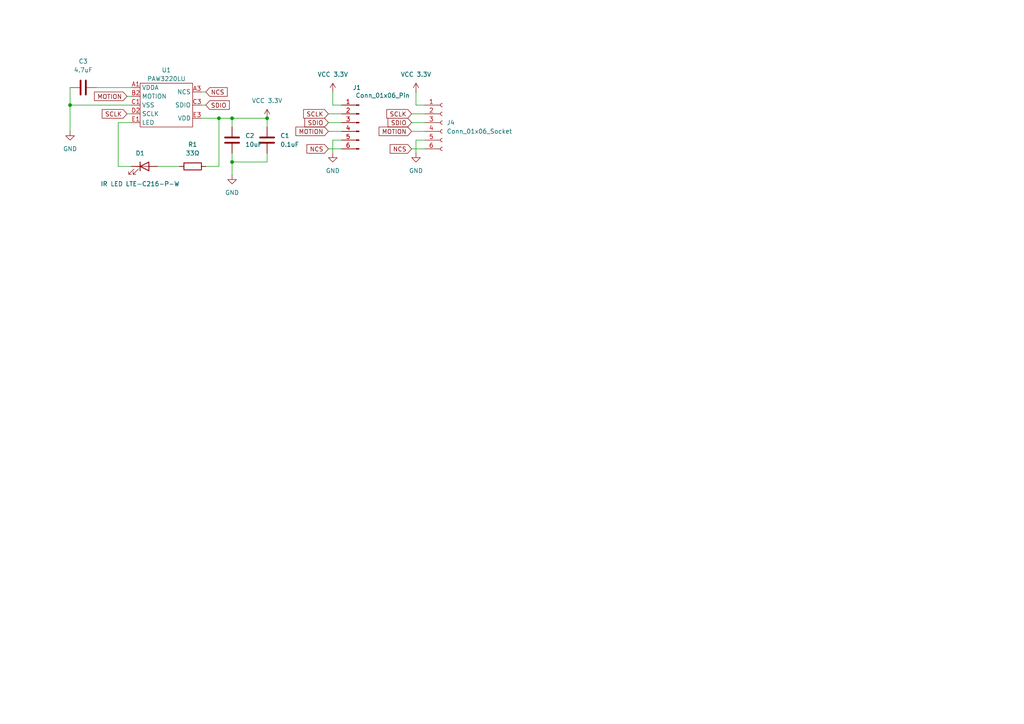
<source format=kicad_sch>
(kicad_sch (version 20231120) (generator "eeschema") (generator_version "8.0")
  (paper "A4")
  (lib_symbols
    (symbol "0_paw3222-breakout:PAW3220LU"
      (property "Reference" "U" (at 0 0 0))
      (symbol "PAW3220LU_0_1"
        (rectangle (start -7.62 6.35) (end 7.62 -6.35))
      )
      (symbol "PAW3220LU_1_1"
        (pin input line (at -10.16 5.08 0) (length 2.54) (name "VDDA") (number "A1"))
        (pin input line (at 10.16 3.81 180) (length 2.54) (name "NCS") (number "A3"))
        (pin output line (at -10.16 2.54 0) (length 2.54) (name "MOTION") (number "B2"))
        (pin input line (at -10.16 0 0) (length 2.54) (name "VSS") (number "C1"))
        (pin bidirectional line (at 10.16 0 180) (length 2.54) (name "SDIO") (number "C3"))
        (pin input line (at -10.16 -2.54 0) (length 2.54) (name "SCLK") (number "D2"))
        (pin input line (at -10.16 -5.08 0) (length 2.54) (name "LED") (number "E1"))
        (pin input line (at 10.16 -3.81 180) (length 2.54) (name "VDD") (number "E3"))
      )
    )
    (symbol "Connector:Conn_01x06_Pin" (pin_names (offset 1.016) hide)
      (property "Reference" "J" (at 0 7.62 0))
      (property "Value" "Conn_01x06_Pin" (at 0 -10.16 0))
      (symbol "Conn_01x06_Pin_1_1"
        (polyline (pts (xy 1.27 -7.62) (xy 0.8636 -7.62)) (stroke (width 0.1524)))
        (polyline (pts (xy 1.27 -5.08) (xy 0.8636 -5.08)) (stroke (width 0.1524)))
        (polyline (pts (xy 1.27 -2.54) (xy 0.8636 -2.54)) (stroke (width 0.1524)))
        (polyline (pts (xy 1.27 0) (xy 0.8636 0)) (stroke (width 0.1524)))
        (polyline (pts (xy 1.27 2.54) (xy 0.8636 2.54)) (stroke (width 0.1524)))
        (polyline (pts (xy 1.27 5.08) (xy 0.8636 5.08)) (stroke (width 0.1524)))
        (rectangle (start 0.8636 -7.493) (end 0 -7.747) (stroke (width 0.1524)) (fill (type outline)))
        (rectangle (start 0.8636 -4.953) (end 0 -5.207) (stroke (width 0.1524)) (fill (type outline)))
        (rectangle (start 0.8636 -2.413) (end 0 -2.667) (stroke (width 0.1524)) (fill (type outline)))
        (rectangle (start 0.8636 0.127) (end 0 -0.127) (stroke (width 0.1524)) (fill (type outline)))
        (rectangle (start 0.8636 2.667) (end 0 2.413) (stroke (width 0.1524)) (fill (type outline)))
        (rectangle (start 0.8636 5.207) (end 0 4.953) (stroke (width 0.1524)) (fill (type outline)))
        (pin passive line (at 5.08 5.08 180) (length 3.81) (name "Pin_1") (number "1"))
        (pin passive line (at 5.08 2.54 180) (length 3.81) (name "Pin_2") (number "2"))
        (pin passive line (at 5.08 0 180) (length 3.81) (name "Pin_3") (number "3"))
        (pin passive line (at 5.08 -2.54 180) (length 3.81) (name "Pin_4") (number "4"))
        (pin passive line (at 5.08 -5.08 180) (length 3.81) (name "Pin_5") (number "5"))
        (pin passive line (at 5.08 -7.62 180) (length 3.81) (name "Pin_6") (number "6"))
      )
    )
    (symbol "Connector:Conn_01x06_Socket" (pin_names (offset 1.016) hide)
      (property "Reference" "J" (at 0 7.62 0))
      (property "Value" "Conn_01x06_Socket" (at 0 -10.16 0))
      (symbol "Conn_01x06_Socket_1_1"
        (arc (start 0 -7.112) (mid -0.5058 -7.62) (end 0 -8.128) (stroke (width 0.1524)))
        (arc (start 0 -4.572) (mid -0.5058 -5.08) (end 0 -5.588) (stroke (width 0.1524)))
        (arc (start 0 -2.032) (mid -0.5058 -2.54) (end 0 -3.048) (stroke (width 0.1524)))
        (polyline (pts (xy -1.27 -7.62) (xy -0.508 -7.62)) (stroke (width 0.1524)))
        (polyline (pts (xy -1.27 -5.08) (xy -0.508 -5.08)) (stroke (width 0.1524)))
        (polyline (pts (xy -1.27 -2.54) (xy -0.508 -2.54)) (stroke (width 0.1524)))
        (polyline (pts (xy -1.27 0) (xy -0.508 0)) (stroke (width 0.1524)))
        (polyline (pts (xy -1.27 2.54) (xy -0.508 2.54)) (stroke (width 0.1524)))
        (polyline (pts (xy -1.27 5.08) (xy -0.508 5.08)) (stroke (width 0.1524)))
        (arc (start 0 0.508) (mid -0.5058 0) (end 0 -0.508) (stroke (width 0.1524)))
        (arc (start 0 3.048) (mid -0.5058 2.54) (end 0 2.032) (stroke (width 0.1524)))
        (arc (start 0 5.588) (mid -0.5058 5.08) (end 0 4.572) (stroke (width 0.1524)))
        (pin passive line (at -5.08 5.08 0) (length 3.81) (name "Pin_1") (number "1"))
        (pin passive line (at -5.08 2.54 0) (length 3.81) (name "Pin_2") (number "2"))
        (pin passive line (at -5.08 0 0) (length 3.81) (name "Pin_3") (number "3"))
        (pin passive line (at -5.08 -2.54 0) (length 3.81) (name "Pin_4") (number "4"))
        (pin passive line (at -5.08 -5.08 0) (length 3.81) (name "Pin_5") (number "5"))
        (pin passive line (at -5.08 -7.62 0) (length 3.81) (name "Pin_6") (number "6"))
      )
    )
    (symbol "Device:C" (pin_numbers hide) (pin_names (offset 0.254))
      (property "Reference" "C" (at 0.635 2.54 0))
      (property "Value" "C" (at 0.635 -2.54 0))
      (symbol "C_0_1"
        (polyline (pts (xy -2.032 -0.762) (xy 2.032 -0.762)) (stroke (width 0.508)))
        (polyline (pts (xy -2.032 0.762) (xy 2.032 0.762)) (stroke (width 0.508)))
      )
      (symbol "C_1_1"
        (pin passive line (at 0 3.81 270) (length 2.794) (name "~") (number "1"))
        (pin passive line (at 0 -3.81 90) (length 2.794) (name "~") (number "2"))
      )
    )
    (symbol "Device:LED" (pin_numbers hide) (pin_names (offset 1.016) hide)
      (property "Reference" "D" (at 0 2.54 0))
      (property "Value" "LED" (at 0 -2.54 0))
      (symbol "LED_0_1"
        (polyline (pts (xy -1.27 -1.27) (xy -1.27 1.27)) (stroke (width 0.254)))
        (polyline (pts (xy -1.27 0) (xy 1.27 0)))
        (polyline (pts (xy 1.27 -1.27) (xy 1.27 1.27) (xy -1.27 0) (xy 1.27 -1.27)) (stroke (width 0.254)))
        (polyline (pts (xy -3.048 -0.762) (xy -4.572 -2.286) (xy -3.81 -2.286) (xy -4.572 -2.286) (xy -4.572 -1.524)))
        (polyline (pts (xy -1.778 -0.762) (xy -3.302 -2.286) (xy -2.54 -2.286) (xy -3.302 -2.286) (xy -3.302 -1.524)))
      )
      (symbol "LED_1_1"
        (pin passive line (at -3.81 0 0) (length 2.54) (name "K") (number "1"))
        (pin passive line (at 3.81 0 180) (length 2.54) (name "A") (number "2"))
      )
    )
    (symbol "Device:R" (pin_numbers hide) (pin_names (offset 0))
      (property "Reference" "R" (at 2.032 0 90))
      (property "Value" "R" (at 0 0 90))
      (symbol "R_0_1"
        (rectangle (start -1.016 -2.54) (end 1.016 2.54) (stroke (width 0.254)))
      )
      (symbol "R_1_1"
        (pin passive line (at 0 3.81 270) (length 1.27) (name "~") (number "1"))
        (pin passive line (at 0 -3.81 90) (length 1.27) (name "~") (number "2"))
      )
    )
    (symbol "power:GND" (power) (pin_numbers hide) (pin_names (offset 0) hide)
      (property "Value" "GND" (at 0 -3.81 0))
      (symbol "GND_0_1"
        (polyline (pts (xy 0 0) (xy 0 -1.27) (xy 1.27 -1.27) (xy 0 -2.54) (xy -1.27 -1.27) (xy 0 -1.27)))
      )
      (symbol "GND_1_1"
        (pin power_in line (at 0 0 270) (length 0) (name "~") (number "1"))
      )
    )
    (symbol "power:VCC" (power) (pin_numbers hide) (pin_names (offset 0) hide)
      (property "Value" "VCC" (at 0 3.556 0))
      (symbol "VCC_0_1"
        (polyline (pts (xy -0.762 1.27) (xy 0 2.54)))
        (polyline (pts (xy 0 0) (xy 0 2.54)))
        (polyline (pts (xy 0 2.54) (xy 0.762 1.27)))
      )
      (symbol "VCC_1_1"
        (pin power_in line (at 0 0 90) (length 0) (name "~") (number "1"))
      )
    )
  )
  (junction (at 67.31 46.99))
  (junction (at 20.32 30.48))
  (junction (at 63.5 34.29))
  (junction (at 77.47 34.29))
  (junction (at 67.31 34.29))
  (wire (pts (xy 20.32 25.4) (xy 20.32 30.48)))
  (wire (pts (xy 120.65 44.45) (xy 120.65 40.64)))
  (wire (pts (xy 119.38 33.02) (xy 123.19 33.02)))
  (wire (pts (xy 96.52 26.67) (xy 96.52 30.48)))
  (wire (pts (xy 34.29 35.56) (xy 38.1 35.56)))
  (wire (pts (xy 63.5 34.29) (xy 58.42 34.29)))
  (wire (pts (xy 95.25 35.56) (xy 99.06 35.56)))
  (wire (pts (xy 96.52 30.48) (xy 99.06 30.48)))
  (wire (pts (xy 20.32 30.48) (xy 20.32 38.1)))
  (wire (pts (xy 67.31 34.29) (xy 67.31 36.83)))
  (wire (pts (xy 95.25 33.02) (xy 99.06 33.02)))
  (wire (pts (xy 38.1 48.26) (xy 34.29 48.26)))
  (wire (pts (xy 77.47 34.29) (xy 77.47 36.83)))
  (wire (pts (xy 20.32 30.48) (xy 38.1 30.48)))
  (wire (pts (xy 77.47 44.45) (xy 77.47 46.99)))
  (wire (pts (xy 95.25 38.1) (xy 99.06 38.1)))
  (wire (pts (xy 119.38 35.56) (xy 123.19 35.56)))
  (wire (pts (xy 119.38 43.18) (xy 123.19 43.18)))
  (wire (pts (xy 119.38 38.1) (xy 123.19 38.1)))
  (wire (pts (xy 59.69 26.67) (xy 58.42 26.67)))
  (wire (pts (xy 120.65 40.64) (xy 123.19 40.64)))
  (wire (pts (xy 96.52 40.64) (xy 99.06 40.64)))
  (wire (pts (xy 67.31 44.45) (xy 67.31 46.99)))
  (wire (pts (xy 67.31 46.99) (xy 67.31 50.8)))
  (wire (pts (xy 123.19 30.48) (xy 120.65 30.48)))
  (wire (pts (xy 34.29 48.26) (xy 34.29 35.56)))
  (wire (pts (xy 95.25 43.18) (xy 99.06 43.18)))
  (wire (pts (xy 59.69 48.26) (xy 63.5 48.26)))
  (wire (pts (xy 59.69 30.48) (xy 58.42 30.48)))
  (wire (pts (xy 36.83 33.02) (xy 38.1 33.02)))
  (wire (pts (xy 38.1 27.94) (xy 36.83 27.94)))
  (wire (pts (xy 63.5 34.29) (xy 67.31 34.29)))
  (wire (pts (xy 27.94 25.4) (xy 38.1 25.4)))
  (wire (pts (xy 63.5 48.26) (xy 63.5 34.29)))
  (wire (pts (xy 120.65 30.48) (xy 120.65 26.67)))
  (wire (pts (xy 77.47 46.99) (xy 67.31 46.99)))
  (wire (pts (xy 45.72 48.26) (xy 52.07 48.26)))
  (wire (pts (xy 67.31 34.29) (xy 77.47 34.29)))
  (wire (pts (xy 96.52 44.45) (xy 96.52 40.64)))
  (global_label "MOTION" (shape input) (at 95.25 38.1 180) (property "Intersheetrefs" "${INTERSHEET_REFS}" (effects (hide yes))))
  (global_label "SCLK" (shape input) (at 119.38 33.02 180) (property "Intersheetrefs" "${INTERSHEET_REFS}" (effects (hide yes))))
  (global_label "SCLK" (shape input) (at 95.25 33.02 180) (property "Intersheetrefs" "${INTERSHEET_REFS}" (effects (hide yes))))
  (global_label "MOTION" (shape input) (at 36.83 27.94 180) (property "Intersheetrefs" "${INTERSHEET_REFS}" (effects (hide yes))))
  (global_label "NCS" (shape input) (at 119.38 43.18 180) (property "Intersheetrefs" "${INTERSHEET_REFS}" (effects (hide yes))))
  (global_label "SDIO" (shape input) (at 119.38 35.56 180) (property "Intersheetrefs" "${INTERSHEET_REFS}" (effects (hide yes))))
  (global_label "SDIO" (shape input) (at 59.69 30.48 0) (property "Intersheetrefs" "${INTERSHEET_REFS}" (effects (hide yes))))
  (global_label "NCS" (shape input) (at 95.25 43.18 180) (property "Intersheetrefs" "${INTERSHEET_REFS}" (effects (hide yes))))
  (global_label "SDIO" (shape input) (at 95.25 35.56 180) (property "Intersheetrefs" "${INTERSHEET_REFS}" (effects (hide yes))))
  (global_label "MOTION" (shape input) (at 119.38 38.1 180) (property "Intersheetrefs" "${INTERSHEET_REFS}" (effects (hide yes))))
  (global_label "SCLK" (shape input) (at 36.83 33.02 180) (property "Intersheetrefs" "${INTERSHEET_REFS}" (effects (hide yes))))
  (global_label "NCS" (shape input) (at 59.69 26.67 0) (property "Intersheetrefs" "${INTERSHEET_REFS}" (effects (hide yes))))
  (symbol (lib_id "Device:LED") (at 41.91 48.26 0) (unit 1)
    (property "Reference" "D1" (at 40.64 44.45 0))
    (property "Value" "IR LED LTE-C216-P-W" (at 40.64 53.34 0))
    (property "Footprint" "0_paw3222-breakout:LTE-C216-P-W" (effects (hide yes)))
    (property "Description" "Light emitting diode" (effects (hide yes)))
    (property "LCSC" "C2942980" (effects (hide yes)))
  )
  (symbol (lib_id "power:VCC") (at 77.47 34.29 0) (unit 1)
    (property "Reference" "#PWR04" (effects (hide yes)))
    (property "Value" "VCC 3.3V" (at 77.47 29.21 0))
    (property "Description" "Power symbol creates a global label with name \"VCC\"" (effects (hide yes)))
  )
  (symbol (lib_id "0_paw3222-breakout:PAW3220LU") (at 48.26 30.48 0) (unit 1)
    (property "Reference" "U1" (at 48.26 20.32 0))
    (property "Value" "PAW3220LU" (at 48.26 22.86 0))
    (property "Footprint" "0_paw3222-breakout:PAW3222LU" (effects (hide yes)))
    (property "LCSC" "C9900022540" (effects (hide yes)))
  )
  (symbol (lib_id "power:GND") (at 96.52 44.45 0) (unit 1)
    (property "Reference" "#PWR03" (effects (hide yes)))
    (property "Value" "GND" (at 96.52 49.53 0))
    (property "Description" "Power symbol creates a global label with name \"GND\" , ground" (effects (hide yes)))
  )
  (symbol (lib_id "power:VCC") (at 96.52 26.67 0) (unit 1)
    (property "Reference" "#PWR05" (effects (hide yes)))
    (property "Value" "VCC 3.3V" (at 96.52 21.59 0))
    (property "Description" "Power symbol creates a global label with name \"VCC\"" (effects (hide yes)))
  )
  (symbol (lib_id "Device:C") (at 67.31 40.64 0) (unit 1)
    (property "Reference" "C2" (at 71.12 39.3699 0) (effects (justify left)))
    (property "Value" "10uF" (at 71.12 41.9099 0) (effects (justify left)))
    (property "Footprint" "Capacitor_SMD:C_0201_0603Metric" (effects (hide yes)))
    (property "Description" "Unpolarized capacitor" (effects (hide yes)))
    (property "LCSC" "C19702" (effects (hide yes)))
  )
  (symbol (lib_id "Device:C") (at 77.47 40.64 0) (unit 1)
    (property "Reference" "C1" (at 81.28 39.3699 0) (effects (justify left)))
    (property "Value" "0.1uF" (at 81.28 41.9099 0) (effects (justify left)))
    (property "Footprint" "Capacitor_SMD:C_0201_0603Metric" (effects (hide yes)))
    (property "Description" "Unpolarized capacitor" (effects (hide yes)))
    (property "LCSC" "C14663" (effects (hide yes)))
  )
  (symbol (lib_id "power:VCC") (at 120.65 26.67 0) (unit 1)
    (property "Reference" "#PWR07" (effects (hide yes)))
    (property "Value" "VCC 3.3V" (at 120.65 21.59 0))
    (property "Description" "Power symbol creates a global label with name \"VCC\"" (effects (hide yes)))
  )
  (symbol (lib_id "power:GND") (at 20.32 38.1 0) (unit 1)
    (property "Reference" "#PWR02" (effects (hide yes)))
    (property "Value" "GND" (at 20.32 43.18 0))
    (property "Description" "Power symbol creates a global label with name \"GND\" , ground" (effects (hide yes)))
  )
  (symbol (lib_id "Device:C") (at 24.13 25.4 270) (unit 1)
    (property "Reference" "C3" (at 24.13 17.78 90))
    (property "Value" "4.7uF" (at 24.13 20.32 90))
    (property "Footprint" "Capacitor_SMD:C_0201_0603Metric" (effects (hide yes)))
    (property "Description" "Unpolarized capacitor" (effects (hide yes)))
    (property "LCSC" "C19666" (effects (hide yes)))
  )
  (symbol (lib_id "Connector:Conn_01x06_Socket") (at 128.27 35.56 0) (unit 1)
    (property "Reference" "J4" (at 129.54 35.5599 0) (effects (justify left)))
    (property "Value" "Conn_01x06_Socket" (at 129.54 38.0999 0) (effects (justify left)))
    (property "Footprint" "Connector_PinHeader_1.27mm:PinHeader_1x06_P1.27mm_Vertical" (effects (hide yes)))
    (property "Description" "Generic connector, single row, 01x06, script generated" (effects (hide yes)))
  )
  (symbol (lib_id "Connector:Conn_01x06_Pin") (at 104.14 35.56 0) (mirror y) (unit 1)
    (property "Reference" "J1" (at 103.505 25.4 0))
    (property "Value" "Conn_01x06_Pin" (at 110.998 27.686 0))
    (property "Footprint" "Connector_FFC-FPC:Jushuo_AFC07-S06FCA-00_1x6-1MP_P0.50_Horizontal" (effects (hide yes)))
    (property "Description" "Generic connector, single row, 01x06, script generated" (effects (hide yes)))
    (property "LCSC" "C262553" (effects (hide yes)))
  )
  (symbol (lib_id "Device:R") (at 55.88 48.26 90) (unit 1)
    (property "Reference" "R1" (at 55.88 41.91 90))
    (property "Value" "33Ω" (at 55.88 44.45 90))
    (property "Footprint" "Resistor_SMD:R_0201_0603Metric" (effects (hide yes)))
    (property "Description" "Resistor" (effects (hide yes)))
    (property "LCSC" "C23140" (effects (hide yes)))
  )
  (symbol (lib_id "power:GND") (at 67.31 50.8 0) (unit 1)
    (property "Reference" "#PWR01" (effects (hide yes)))
    (property "Value" "GND" (at 67.31 55.88 0))
    (property "Description" "Power symbol creates a global label with name \"GND\" , ground" (effects (hide yes)))
  )
  (symbol (lib_id "power:GND") (at 120.65 44.45 0) (unit 1)
    (property "Reference" "#PWR06" (effects (hide yes)))
    (property "Value" "GND" (at 120.65 49.53 0))
    (property "Description" "Power symbol creates a global label with name \"GND\" , ground" (effects (hide yes)))
  )
)
</source>
